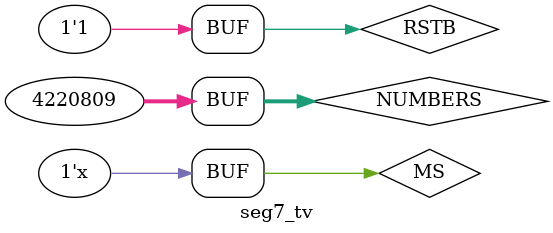
<source format=v>
`timescale 1ms / 1ps
module seg7_tv;
	wire [7:0] SEG, DIGIT;
	reg MS;
	reg RSTB;
	reg [31:0] NUMBERS;
	
	show_digit show1(.clk(MS),.numbers(NUMBERS),.seg_data(SEG),.digit(DIGIT),.rstb(RSTB));
	
	initial begin
		MS=0;RSTB=0;
		#1 RSTB=1;
		
		#10 NUMBERS=32'h0000_1357;
		#25 NUMBERS=32'h0040_6789;
	end
	always #0.5 MS=~MS;
endmodule

</source>
